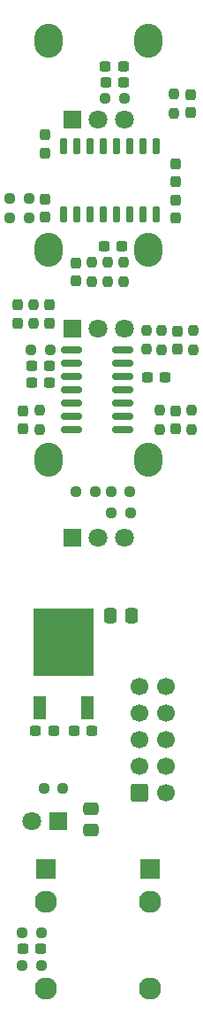
<source format=gbr>
%TF.GenerationSoftware,KiCad,Pcbnew,6.0.7+dfsg-1~bpo11+1*%
%TF.CreationDate,2022-10-26T04:05:39+08:00*%
%TF.ProjectId,MiniDelay v1.0 - Main,4d696e69-4465-46c6-9179-2076312e3020,rev?*%
%TF.SameCoordinates,Original*%
%TF.FileFunction,Soldermask,Bot*%
%TF.FilePolarity,Negative*%
%FSLAX46Y46*%
G04 Gerber Fmt 4.6, Leading zero omitted, Abs format (unit mm)*
G04 Created by KiCad (PCBNEW 6.0.7+dfsg-1~bpo11+1) date 2022-10-26 04:05:39*
%MOMM*%
%LPD*%
G01*
G04 APERTURE LIST*
G04 Aperture macros list*
%AMRoundRect*
0 Rectangle with rounded corners*
0 $1 Rounding radius*
0 $2 $3 $4 $5 $6 $7 $8 $9 X,Y pos of 4 corners*
0 Add a 4 corners polygon primitive as box body*
4,1,4,$2,$3,$4,$5,$6,$7,$8,$9,$2,$3,0*
0 Add four circle primitives for the rounded corners*
1,1,$1+$1,$2,$3*
1,1,$1+$1,$4,$5*
1,1,$1+$1,$6,$7*
1,1,$1+$1,$8,$9*
0 Add four rect primitives between the rounded corners*
20,1,$1+$1,$2,$3,$4,$5,0*
20,1,$1+$1,$4,$5,$6,$7,0*
20,1,$1+$1,$6,$7,$8,$9,0*
20,1,$1+$1,$8,$9,$2,$3,0*%
G04 Aperture macros list end*
%ADD10R,1.800000X1.800000*%
%ADD11C,1.800000*%
%ADD12R,1.930000X1.830000*%
%ADD13C,2.130000*%
%ADD14O,2.720000X3.240000*%
%ADD15RoundRect,0.237500X-0.237500X0.250000X-0.237500X-0.250000X0.237500X-0.250000X0.237500X0.250000X0*%
%ADD16RoundRect,0.237500X0.237500X-0.300000X0.237500X0.300000X-0.237500X0.300000X-0.237500X-0.300000X0*%
%ADD17RoundRect,0.250000X0.337500X0.475000X-0.337500X0.475000X-0.337500X-0.475000X0.337500X-0.475000X0*%
%ADD18R,1.200000X2.200000*%
%ADD19R,5.800000X6.400000*%
%ADD20RoundRect,0.237500X0.250000X0.237500X-0.250000X0.237500X-0.250000X-0.237500X0.250000X-0.237500X0*%
%ADD21RoundRect,0.237500X-0.250000X-0.237500X0.250000X-0.237500X0.250000X0.237500X-0.250000X0.237500X0*%
%ADD22RoundRect,0.237500X-0.300000X-0.237500X0.300000X-0.237500X0.300000X0.237500X-0.300000X0.237500X0*%
%ADD23RoundRect,0.237500X0.300000X0.237500X-0.300000X0.237500X-0.300000X-0.237500X0.300000X-0.237500X0*%
%ADD24RoundRect,0.237500X-0.237500X0.300000X-0.237500X-0.300000X0.237500X-0.300000X0.237500X0.300000X0*%
%ADD25RoundRect,0.250000X-0.600000X-0.600000X0.600000X-0.600000X0.600000X0.600000X-0.600000X0.600000X0*%
%ADD26C,1.700000*%
%ADD27RoundRect,0.237500X0.237500X-0.250000X0.237500X0.250000X-0.237500X0.250000X-0.237500X-0.250000X0*%
%ADD28RoundRect,0.250000X0.475000X-0.337500X0.475000X0.337500X-0.475000X0.337500X-0.475000X-0.337500X0*%
%ADD29RoundRect,0.150000X-0.150000X0.650000X-0.150000X-0.650000X0.150000X-0.650000X0.150000X0.650000X0*%
%ADD30RoundRect,0.150000X0.825000X0.150000X-0.825000X0.150000X-0.825000X-0.150000X0.825000X-0.150000X0*%
G04 APERTURE END LIST*
D10*
%TO.C,D1*%
X131200000Y-138550000D03*
D11*
X128660000Y-138550000D03*
%TD*%
D12*
%TO.C,AudioOut1*%
X140000000Y-143170000D03*
D13*
X140000000Y-154570000D03*
X140000000Y-146270000D03*
%TD*%
D12*
%TO.C,AudioIn1*%
X130000000Y-143170000D03*
D13*
X130000000Y-154570000D03*
X130000000Y-146270000D03*
%TD*%
D14*
%TO.C,LEVEL1*%
X139800000Y-104000000D03*
X130200000Y-104000000D03*
D10*
X132500000Y-111500000D03*
D11*
X135000000Y-111500000D03*
X137500000Y-111500000D03*
%TD*%
D14*
%TO.C,TIME1*%
X139800000Y-64000000D03*
X130200000Y-64000000D03*
D10*
X132500000Y-71500000D03*
D11*
X135000000Y-71500000D03*
X137500000Y-71500000D03*
%TD*%
D14*
%TO.C,REPEATS1*%
X130200000Y-84000000D03*
X139800000Y-84000000D03*
D10*
X132500000Y-91500000D03*
D11*
X135000000Y-91500000D03*
X137500000Y-91500000D03*
%TD*%
D15*
%TO.C,R14*%
X134400000Y-85187500D03*
X134400000Y-87012500D03*
%TD*%
D16*
%TO.C,C22*%
X142430000Y-101102500D03*
X142430000Y-99377500D03*
%TD*%
D17*
%TO.C,C1*%
X138237500Y-118975000D03*
X136162500Y-118975000D03*
%TD*%
D18*
%TO.C,U3*%
X133980000Y-127750000D03*
D19*
X131700000Y-121450000D03*
D18*
X129420000Y-127750000D03*
%TD*%
D20*
%TO.C,R3*%
X129537500Y-149250000D03*
X127712500Y-149250000D03*
%TD*%
D16*
%TO.C,C19*%
X132900000Y-86962500D03*
X132900000Y-85237500D03*
%TD*%
D21*
%TO.C,R17*%
X136237500Y-107110000D03*
X138062500Y-107110000D03*
%TD*%
D22*
%TO.C,C4*%
X128637500Y-96700000D03*
X130362500Y-96700000D03*
%TD*%
D15*
%TO.C,R19*%
X141110000Y-91677500D03*
X141110000Y-93502500D03*
%TD*%
D20*
%TO.C,R6*%
X134687500Y-107110000D03*
X132862500Y-107110000D03*
%TD*%
D16*
%TO.C,C6*%
X127825000Y-101087500D03*
X127825000Y-99362500D03*
%TD*%
D23*
%TO.C,C10*%
X137262500Y-83600000D03*
X135537500Y-83600000D03*
%TD*%
D16*
%TO.C,C13*%
X142400000Y-80952500D03*
X142400000Y-79227500D03*
%TD*%
D20*
%TO.C,R5*%
X137492500Y-69490000D03*
X135667500Y-69490000D03*
%TD*%
D24*
%TO.C,C20*%
X127300000Y-89237500D03*
X127300000Y-90962500D03*
%TD*%
D21*
%TO.C,R11*%
X128587500Y-93500000D03*
X130412500Y-93500000D03*
%TD*%
D22*
%TO.C,C3*%
X139712500Y-96200000D03*
X141437500Y-96200000D03*
%TD*%
D25*
%TO.C,J1*%
X138997500Y-135830000D03*
D26*
X141537500Y-135830000D03*
X138997500Y-133290000D03*
X141537500Y-133290000D03*
X138997500Y-130750000D03*
X141537500Y-130750000D03*
X138997500Y-128210000D03*
X141537500Y-128210000D03*
X138997500Y-125670000D03*
X141537500Y-125670000D03*
%TD*%
D15*
%TO.C,R10*%
X142300000Y-69087500D03*
X142300000Y-70912500D03*
%TD*%
D16*
%TO.C,C11*%
X142400000Y-77462500D03*
X142400000Y-75737500D03*
%TD*%
D21*
%TO.C,R2*%
X129787500Y-135475000D03*
X131612500Y-135475000D03*
%TD*%
%TO.C,R18*%
X136262500Y-109100000D03*
X138087500Y-109100000D03*
%TD*%
D23*
%TO.C,C5*%
X129487500Y-150800000D03*
X127762500Y-150800000D03*
%TD*%
D15*
%TO.C,R4*%
X129355000Y-99302500D03*
X129355000Y-101127500D03*
%TD*%
%TO.C,R21*%
X140910000Y-99327500D03*
X140910000Y-101152500D03*
%TD*%
D20*
%TO.C,R1*%
X129537500Y-152350000D03*
X127712500Y-152350000D03*
%TD*%
D27*
%TO.C,R9*%
X143980000Y-101152500D03*
X143980000Y-99327500D03*
%TD*%
%TO.C,R20*%
X139600000Y-93492500D03*
X139600000Y-91667500D03*
%TD*%
D28*
%TO.C,C2*%
X134300000Y-139462500D03*
X134300000Y-137387500D03*
%TD*%
D24*
%TO.C,C21*%
X142630000Y-91727500D03*
X142630000Y-93452500D03*
%TD*%
D22*
%TO.C,C9*%
X135697387Y-66409826D03*
X137422387Y-66409826D03*
%TD*%
D27*
%TO.C,R16*%
X144130000Y-93512500D03*
X144130000Y-91687500D03*
%TD*%
D24*
%TO.C,C7*%
X129900000Y-72987500D03*
X129900000Y-74712500D03*
%TD*%
D27*
%TO.C,R7*%
X135900000Y-87012500D03*
X135900000Y-85187500D03*
%TD*%
D22*
%TO.C,C8*%
X135717387Y-67949826D03*
X137442387Y-67949826D03*
%TD*%
D21*
%TO.C,R12*%
X126537500Y-80950000D03*
X128362500Y-80950000D03*
%TD*%
D29*
%TO.C,U2*%
X131665000Y-74100000D03*
X132935000Y-74100000D03*
X134205000Y-74100000D03*
X135475000Y-74100000D03*
X136745000Y-74100000D03*
X138015000Y-74100000D03*
X139285000Y-74100000D03*
X140555000Y-74100000D03*
X140555000Y-80600000D03*
X139285000Y-80600000D03*
X138015000Y-80600000D03*
X136745000Y-80600000D03*
X135475000Y-80600000D03*
X134205000Y-80600000D03*
X132935000Y-80600000D03*
X131665000Y-80600000D03*
%TD*%
D24*
%TO.C,C18*%
X130360000Y-89237500D03*
X130360000Y-90962500D03*
%TD*%
D30*
%TO.C,U1*%
X137395000Y-93540000D03*
X137395000Y-94810000D03*
X137395000Y-96080000D03*
X137395000Y-97350000D03*
X137395000Y-98620000D03*
X137395000Y-99890000D03*
X137395000Y-101160000D03*
X132445000Y-101160000D03*
X132445000Y-99890000D03*
X132445000Y-98620000D03*
X132445000Y-97350000D03*
X132445000Y-96080000D03*
X132445000Y-94810000D03*
X132445000Y-93540000D03*
%TD*%
D22*
%TO.C,C12*%
X128637500Y-95100000D03*
X130362500Y-95100000D03*
%TD*%
%TO.C,C17*%
X128987500Y-129950000D03*
X130712500Y-129950000D03*
%TD*%
D24*
%TO.C,C16*%
X143900000Y-69137500D03*
X143900000Y-70862500D03*
%TD*%
%TO.C,C15*%
X129900000Y-79137500D03*
X129900000Y-80862500D03*
%TD*%
D27*
%TO.C,R15*%
X128830000Y-91012500D03*
X128830000Y-89187500D03*
%TD*%
D23*
%TO.C,C14*%
X134412500Y-129950000D03*
X132687500Y-129950000D03*
%TD*%
D27*
%TO.C,R8*%
X137400000Y-87012500D03*
X137400000Y-85187500D03*
%TD*%
D21*
%TO.C,R13*%
X126537500Y-79070000D03*
X128362500Y-79070000D03*
%TD*%
M02*

</source>
